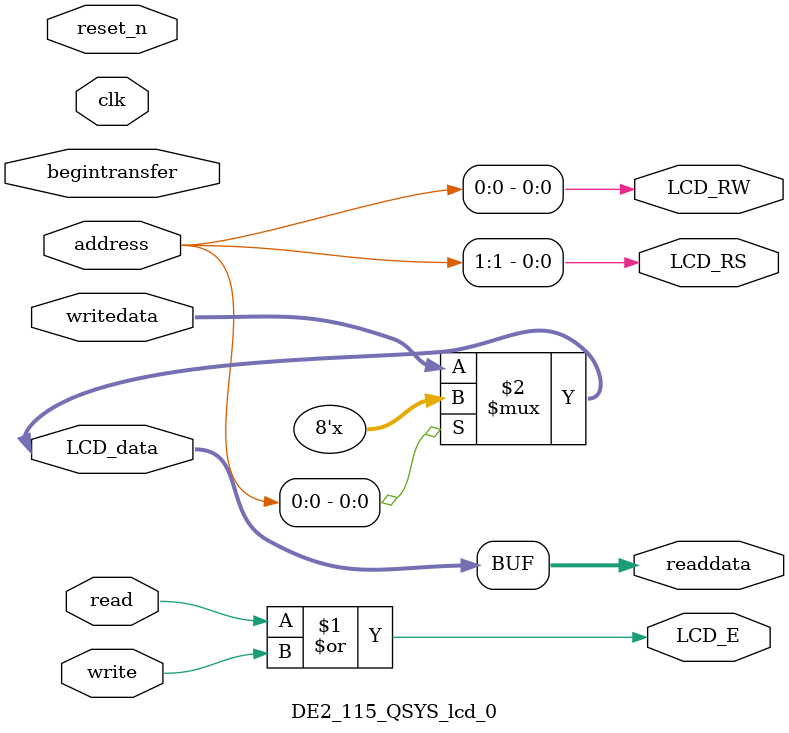
<source format=v>

`timescale 1ns / 1ps
// synthesis translate_on

// turn off superfluous verilog processor warnings 
// altera message_level Level1 
// altera message_off 10034 10035 10036 10037 10230 10240 10030 

module DE2_115_QSYS_lcd_0 (
                            // inputs:
                             address,
                             begintransfer,
                             clk,
                             read,
                             reset_n,
                             write,
                             writedata,

                            // outputs:
                             LCD_E,
                             LCD_RS,
                             LCD_RW,
                             LCD_data,
                             readdata
                          )
;

  output           LCD_E;
  output           LCD_RS;
  output           LCD_RW;
  inout   [  7: 0] LCD_data;
  output  [  7: 0] readdata;
  input   [  1: 0] address;
  input            begintransfer;
  input            clk;
  input            read;
  input            reset_n;
  input            write;
  input   [  7: 0] writedata;


wire             LCD_E;
wire             LCD_RS;
wire             LCD_RW;
wire    [  7: 0] LCD_data;
wire    [  7: 0] readdata;
  assign LCD_RW = address[0];
  assign LCD_RS = address[1];
  assign LCD_E = read | write;
  assign LCD_data = (address[0]) ? {8{1'bz}} : writedata;
  assign readdata = LCD_data;
  //control_slave, which is an e_avalon_slave

endmodule


</source>
